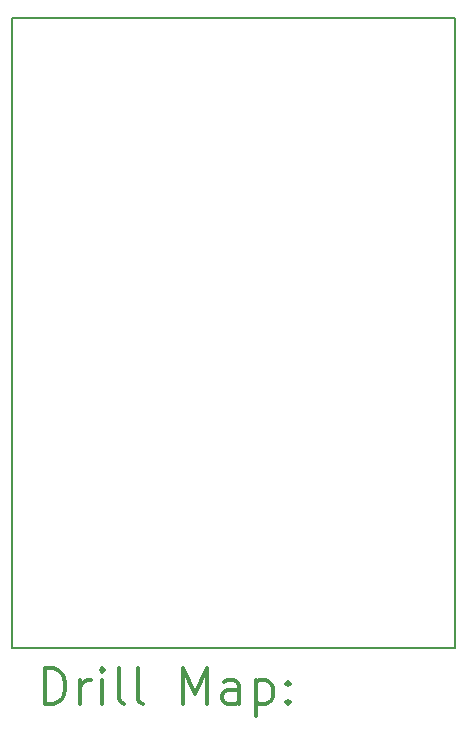
<source format=gbr>
%FSLAX45Y45*%
G04 Gerber Fmt 4.5, Leading zero omitted, Abs format (unit mm)*
G04 Created by KiCad (PCBNEW (5.0.2)-1) date 01/05/19 13:13:55*
%MOMM*%
%LPD*%
G01*
G04 APERTURE LIST*
%ADD10C,0.150000*%
%ADD11C,0.200000*%
%ADD12C,0.300000*%
G04 APERTURE END LIST*
D10*
X10668000Y-3683000D02*
X10668000Y-9017000D01*
X14414500Y-3683000D02*
X10668000Y-3683000D01*
X14414500Y-9017000D02*
X14414500Y-3683000D01*
X10668000Y-9017000D02*
X14414500Y-9017000D01*
D11*
D12*
X10946928Y-9490214D02*
X10946928Y-9190214D01*
X11018357Y-9190214D01*
X11061214Y-9204500D01*
X11089786Y-9233072D01*
X11104071Y-9261643D01*
X11118357Y-9318786D01*
X11118357Y-9361643D01*
X11104071Y-9418786D01*
X11089786Y-9447357D01*
X11061214Y-9475929D01*
X11018357Y-9490214D01*
X10946928Y-9490214D01*
X11246928Y-9490214D02*
X11246928Y-9290214D01*
X11246928Y-9347357D02*
X11261214Y-9318786D01*
X11275500Y-9304500D01*
X11304071Y-9290214D01*
X11332643Y-9290214D01*
X11432643Y-9490214D02*
X11432643Y-9290214D01*
X11432643Y-9190214D02*
X11418357Y-9204500D01*
X11432643Y-9218786D01*
X11446928Y-9204500D01*
X11432643Y-9190214D01*
X11432643Y-9218786D01*
X11618357Y-9490214D02*
X11589786Y-9475929D01*
X11575500Y-9447357D01*
X11575500Y-9190214D01*
X11775500Y-9490214D02*
X11746928Y-9475929D01*
X11732643Y-9447357D01*
X11732643Y-9190214D01*
X12118357Y-9490214D02*
X12118357Y-9190214D01*
X12218357Y-9404500D01*
X12318357Y-9190214D01*
X12318357Y-9490214D01*
X12589786Y-9490214D02*
X12589786Y-9333072D01*
X12575500Y-9304500D01*
X12546928Y-9290214D01*
X12489786Y-9290214D01*
X12461214Y-9304500D01*
X12589786Y-9475929D02*
X12561214Y-9490214D01*
X12489786Y-9490214D01*
X12461214Y-9475929D01*
X12446928Y-9447357D01*
X12446928Y-9418786D01*
X12461214Y-9390214D01*
X12489786Y-9375929D01*
X12561214Y-9375929D01*
X12589786Y-9361643D01*
X12732643Y-9290214D02*
X12732643Y-9590214D01*
X12732643Y-9304500D02*
X12761214Y-9290214D01*
X12818357Y-9290214D01*
X12846928Y-9304500D01*
X12861214Y-9318786D01*
X12875500Y-9347357D01*
X12875500Y-9433072D01*
X12861214Y-9461643D01*
X12846928Y-9475929D01*
X12818357Y-9490214D01*
X12761214Y-9490214D01*
X12732643Y-9475929D01*
X13004071Y-9461643D02*
X13018357Y-9475929D01*
X13004071Y-9490214D01*
X12989786Y-9475929D01*
X13004071Y-9461643D01*
X13004071Y-9490214D01*
X13004071Y-9304500D02*
X13018357Y-9318786D01*
X13004071Y-9333072D01*
X12989786Y-9318786D01*
X13004071Y-9304500D01*
X13004071Y-9333072D01*
M02*

</source>
